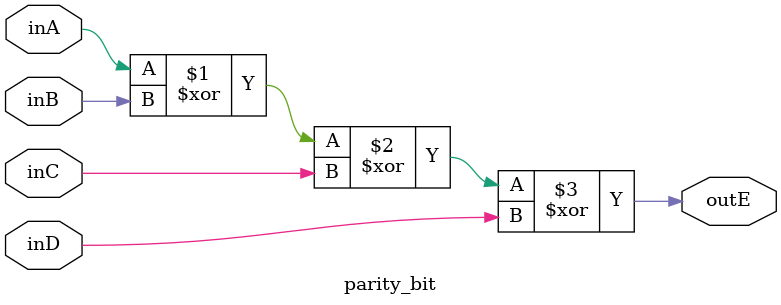
<source format=v>
`timescale 1ns / 1ps

module parity_bit(inA, inB, inC, inD, outE);

input inA, inB, inC, inD;
output outE;

assign outE=inA^inB^inC^inD;

endmodule

</source>
